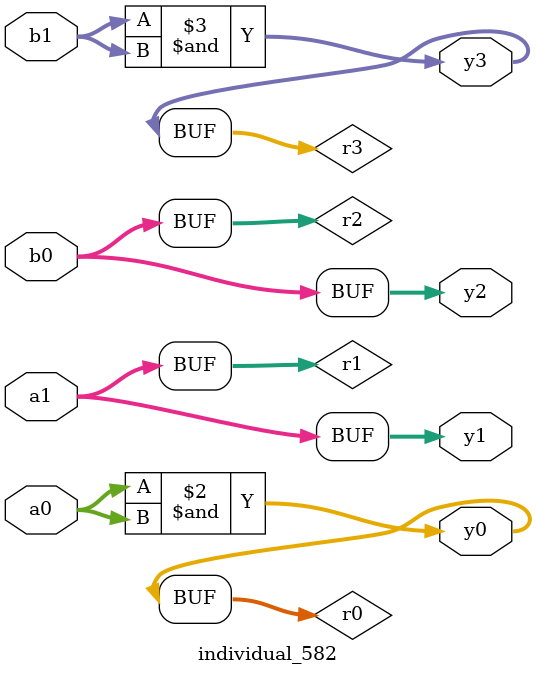
<source format=sv>
module individual_582(input logic [15:0] a1, input logic [15:0] a0, input logic [15:0] b1, input logic [15:0] b0, output logic [15:0] y3, output logic [15:0] y2, output logic [15:0] y1, output logic [15:0] y0);
logic [15:0] r0, r1, r2, r3; 
 always@(*) begin 
	 r0 = a0; r1 = a1; r2 = b0; r3 = b1; 
 	 r0  &=  a0 ;
 	 r3  &=  b1 ;
 	 y3 = r3; y2 = r2; y1 = r1; y0 = r0; 
end
endmodule
</source>
